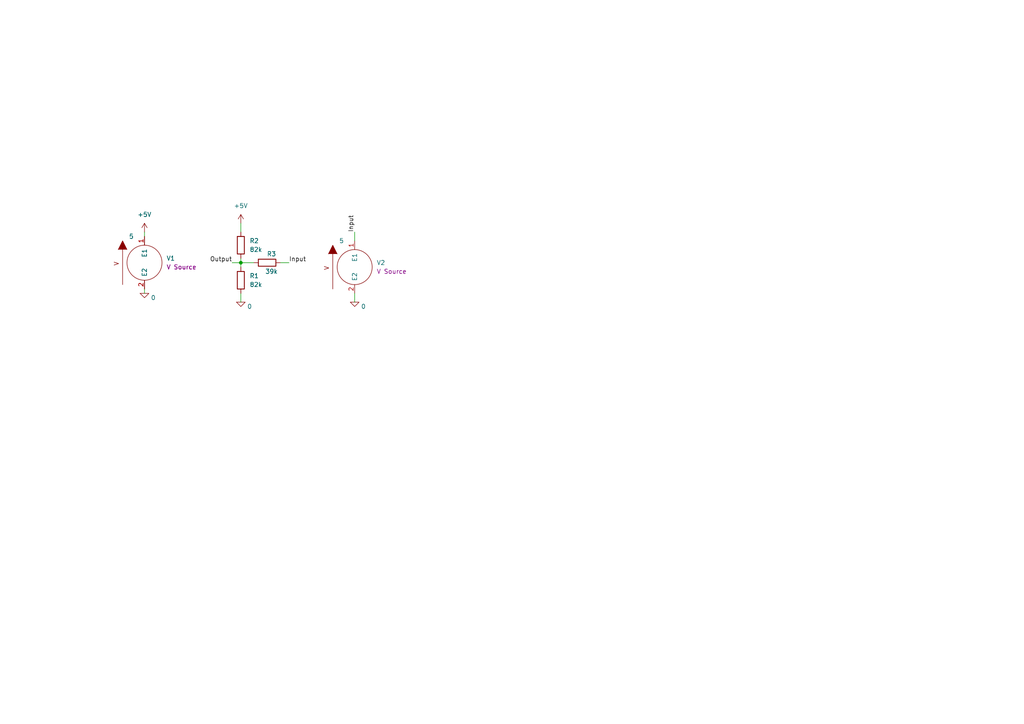
<source format=kicad_sch>
(kicad_sch (version 20230121) (generator eeschema)
  (paper "A4")
  (lib_symbols
    (symbol "Device:R" (pin_numbers hide) (pin_names (offset 0))
      (property "Reference" "R" (at 2.032 0 90))
      (property "Value" "R" (at 0 0 90))
      (symbol "R_0_1"
        (rectangle (start -1.016 -2.54) (end 1.016 2.54) (stroke (width 0.254)))
      )
      (symbol "R_1_1"
        (pin passive line (at 0 3.81 270) (length 1.27) (name "~") (number "1"))
        (pin passive line (at 0 -3.81 90) (length 1.27) (name "~") (number "2"))
      )
    )
    (symbol "EPSA_lib:VSOURCE" (pin_names (offset 1.016)) (in_bom no) (on_board no)
      (property "Reference" "V" (at 8.89 12.7 0))
      (property "Render Name" "V Source" (at -1.27 10.16 0))
      (symbol "VSOURCE_0_1"
        (circle (center -1.27 0) (radius 5.08))
        (polyline (pts (xy -7.62 6.35) (xy 2.54 6.35)) (fill (type outline)))
        (polyline (pts (xy 2.54 7.62) (xy 5.08 6.35) (xy 2.54 5.08)) (fill (type outline)))
        (text "V" (at -1.524 8.128 0) (effects (font (size 1.27 1.27))))
      )
      (symbol "VSOURCE_1_1"
        (pin input line (at 6.35 0 180) (length 2.54) (name "E1") (number "1"))
        (pin input line (at -8.89 0 0) (length 2.54) (name "E2") (number "2"))
      )
    )
    (symbol "Simulation_SPICE:0" (power) (pin_names (offset 0))
      (property "Value" "0" (at 0 -1.778 0))
      (symbol "0_0_1"
        (polyline (pts (xy -1.27 0) (xy 0 -1.27) (xy 1.27 0) (xy -1.27 0)))
      )
      (symbol "0_1_1"
        (pin power_in line (at 0 0 0) (length 0) hide (name "0") (number "1"))
      )
    )
    (symbol "power:+5V" (power) (pin_names (offset 0))
      (property "Value" "+5V" (at 0 3.556 0))
      (symbol "+5V_0_1"
        (polyline (pts (xy -0.762 1.27) (xy 0 2.54)))
        (polyline (pts (xy 0 0) (xy 0 2.54)))
        (polyline (pts (xy 0 2.54) (xy 0.762 1.27)))
      )
      (symbol "+5V_1_1"
        (pin power_in line (at 0 0 90) (length 0) hide (name "+5V") (number "1"))
      )
    )
  )
  (junction (at 69.85 76.2))
  (wire (pts (xy 102.87 85.09) (xy 102.87 87.63)))
  (wire (pts (xy 69.85 74.93) (xy 69.85 76.2)))
  (wire (pts (xy 81.28 76.2) (xy 83.82 76.2)))
  (wire (pts (xy 69.85 85.09) (xy 69.85 87.63)))
  (wire (pts (xy 69.85 76.2) (xy 69.85 77.47)))
  (wire (pts (xy 102.87 67.31) (xy 102.87 69.85)))
  (wire (pts (xy 67.31 76.2) (xy 69.85 76.2)))
  (wire (pts (xy 41.91 67.31) (xy 41.91 68.58)))
  (wire (pts (xy 69.85 76.2) (xy 73.66 76.2)))
  (wire (pts (xy 41.91 83.82) (xy 41.91 85.09)))
  (wire (pts (xy 69.85 64.77) (xy 69.85 67.31)))
  (label "Input" (at 83.82 76.2 0))
  (label "Input" (at 102.87 67.31 90))
  (label "Output" (at 67.31 76.2 180))
  (symbol (lib_id "Simulation_SPICE:0") (at 69.85 87.63 0) (unit 1)
    (property "Reference" "#GND02" (effects hide))
    (property "Value" "0" (at 72.39 88.9 0))
  )
  (symbol (lib_id "Device:R") (at 69.85 81.28 0) (unit 1)
    (property "Reference" "R1" (at 72.39 80.01 0) (effects (justify left)))
    (property "Value" "82k" (at 72.39 82.55 0) (effects (justify left)))
  )
  (symbol (lib_id "Simulation_SPICE:0") (at 102.87 87.63 0) (unit 1)
    (property "Reference" "#GND01" (effects hide))
    (property "Value" "0" (at 105.41 88.9 0))
  )
  (symbol (lib_id "EPSA_lib:VSOURCE") (at 102.87 76.2 90) (unit 1) (in_bom no) (on_board no)
    (property "Reference" "V2" (at 109.22 76.2 90) (effects (justify right)))
    (property "Value" "5" (at 99.06 69.85 90))
    (property "Sim.Pins" "1=+ 2=-" (effects hide))
    (property "Sim.Type" "PWL" (effects hide))
    (property "Sim.Device" "V" (effects hide))
    (property "Render Name" "V Source" (at 109.22 78.74 90) (effects (justify right)))
    (property "Sim.Params" "pwl=\"0 0 2 5\"" (effects hide))
  )
  (symbol (lib_id "Device:R") (at 69.85 71.12 0) (unit 1)
    (property "Reference" "R2" (at 72.39 69.85 0) (effects (justify left)))
    (property "Value" "82k" (at 72.39 72.39 0) (effects (justify left)))
  )
  (symbol (lib_id "power:+5V") (at 41.91 67.31 0) (unit 1)
    (property "Reference" "#PWR02" (effects hide))
    (property "Value" "+5V" (at 41.91 62.23 0))
  )
  (symbol (lib_id "EPSA_lib:VSOURCE") (at 41.91 74.93 90) (unit 1) (in_bom no) (on_board no)
    (property "Reference" "V1" (at 48.26 74.93 90) (effects (justify right)))
    (property "Value" "5" (at 38.1 68.58 90))
    (property "Sim.Pins" "1=+ 2=-" (effects hide))
    (property "Sim.Type" "DC" (effects hide))
    (property "Sim.Device" "V" (effects hide))
    (property "Render Name" "V Source" (at 48.26 77.47 90) (effects (justify right)))
  )
  (symbol (lib_id "power:+5V") (at 69.85 64.77 0) (unit 1)
    (property "Reference" "#PWR01" (effects hide))
    (property "Value" "+5V" (at 69.85 59.69 0))
  )
  (symbol (lib_id "Simulation_SPICE:0") (at 41.91 85.09 0) (unit 1)
    (property "Reference" "#GND03" (effects hide))
    (property "Value" "0" (at 44.45 86.36 0))
  )
  (symbol (lib_id "Device:R") (at 77.47 76.2 90) (unit 1)
    (property "Reference" "R3" (at 78.74 73.66 90))
    (property "Value" "39k" (at 78.74 78.74 90))
  )
)
</source>
